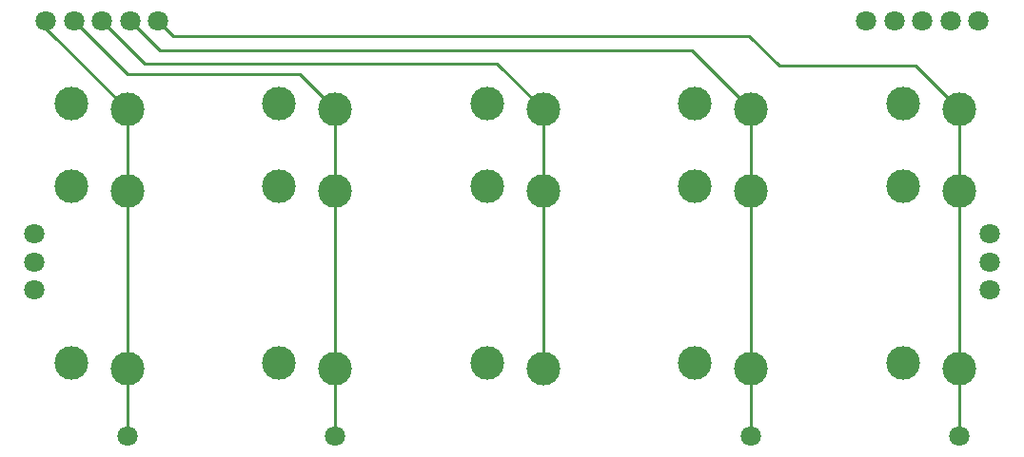
<source format=gbl>
G04 #@! TF.FileFunction,Copper,L2,Bot,Signal*
%FSLAX46Y46*%
G04 Gerber Fmt 4.6, Leading zero omitted, Abs format (unit mm)*
G04 Created by KiCad (PCBNEW 4.0.1-stable) date Sunday, May 29, 2016 'PMt' 06:37:48 PM*
%MOMM*%
G01*
G04 APERTURE LIST*
%ADD10C,0.100000*%
%ADD11C,1.800000*%
%ADD12C,3.000000*%
%ADD13C,0.250000*%
G04 APERTURE END LIST*
D10*
D11*
X84250000Y-40000000D03*
X65750000Y-40000000D03*
X28750000Y-40000000D03*
X10250000Y-40000000D03*
X86000000Y-3000000D03*
X83500000Y-3000000D03*
X81000000Y-3000000D03*
X78500000Y-3000000D03*
X76000000Y-3000000D03*
X13000000Y-3000000D03*
X10500000Y-3000000D03*
X8000000Y-3000000D03*
X5500000Y-3000000D03*
X3000000Y-3000000D03*
X87000000Y-22000000D03*
X87000000Y-24500000D03*
X2000000Y-22000000D03*
X2000000Y-24500000D03*
D12*
X84250000Y-34000000D03*
X65750000Y-34000000D03*
X47250000Y-34000000D03*
X28750000Y-34000000D03*
X79250000Y-33500000D03*
X60750000Y-33500000D03*
X42250000Y-33500000D03*
X23750000Y-33500000D03*
X84250000Y-18200000D03*
X65750000Y-18200000D03*
X47250000Y-18200000D03*
X28750000Y-18200000D03*
X79250000Y-17700000D03*
X60750000Y-17700000D03*
X42250000Y-17700000D03*
X23750000Y-17700000D03*
X79250000Y-10400000D03*
X60750000Y-10400000D03*
X42250000Y-10400000D03*
X23750000Y-10400000D03*
X84250000Y-10900000D03*
X65750000Y-10900000D03*
X47250000Y-10900000D03*
X28750000Y-10900000D03*
X5250000Y-10400000D03*
X5250000Y-17700000D03*
X10250000Y-10900000D03*
X10250000Y-18200000D03*
X10250000Y-34000000D03*
X5250000Y-33500000D03*
D11*
X87000000Y-27000000D03*
X2000000Y-27000000D03*
D13*
X84250000Y-18200000D02*
X84250000Y-20321320D01*
X84250000Y-20321320D02*
X84250000Y-34000000D01*
X65600000Y-4350000D02*
X14350000Y-4350000D01*
X14350000Y-4350000D02*
X13000000Y-3000000D01*
X68250000Y-7000000D02*
X65600000Y-4350000D01*
X80350000Y-7000000D02*
X68250000Y-7000000D01*
X84250000Y-10900000D02*
X80350000Y-7000000D01*
X65750000Y-10900000D02*
X60500000Y-5650000D01*
X60500000Y-5650000D02*
X13150000Y-5650000D01*
X13150000Y-5650000D02*
X10500000Y-3000000D01*
X47250000Y-10900000D02*
X43150000Y-6800000D01*
X43150000Y-6800000D02*
X11800000Y-6800000D01*
X11800000Y-6800000D02*
X8000000Y-3000000D01*
X25600000Y-7750000D02*
X10250000Y-7750000D01*
X10250000Y-7750000D02*
X5500000Y-3000000D01*
X28750000Y-10900000D02*
X25600000Y-7750000D01*
X10250000Y-10900000D02*
X3000000Y-3650000D01*
X3000000Y-3650000D02*
X3000000Y-3000000D01*
X10250000Y-10900000D02*
X10250000Y-13021320D01*
X10250000Y-13021320D02*
X10250000Y-18200000D01*
X10250000Y-34000000D02*
X10250000Y-31878680D01*
X10250000Y-31878680D02*
X10250000Y-18200000D01*
X28750000Y-10900000D02*
X28750000Y-13021320D01*
X28750000Y-13021320D02*
X28750000Y-18200000D01*
X28750000Y-34000000D02*
X28750000Y-18200000D01*
X47250000Y-34000000D02*
X47250000Y-18200000D01*
X47250000Y-10900000D02*
X47250000Y-13021320D01*
X47250000Y-13021320D02*
X47250000Y-18200000D01*
X65750000Y-18200000D02*
X65750000Y-10900000D01*
X65750000Y-34000000D02*
X65750000Y-18200000D01*
X84250000Y-34000000D02*
X84250000Y-40000000D01*
X84250000Y-18200000D02*
X84250000Y-10900000D01*
X28750000Y-40000000D02*
X28750000Y-34000000D01*
X10250000Y-40000000D02*
X10250000Y-34000000D01*
X65750000Y-40000000D02*
X65750000Y-34000000D01*
X28750000Y-34900000D02*
X28750000Y-33768630D01*
M02*

</source>
